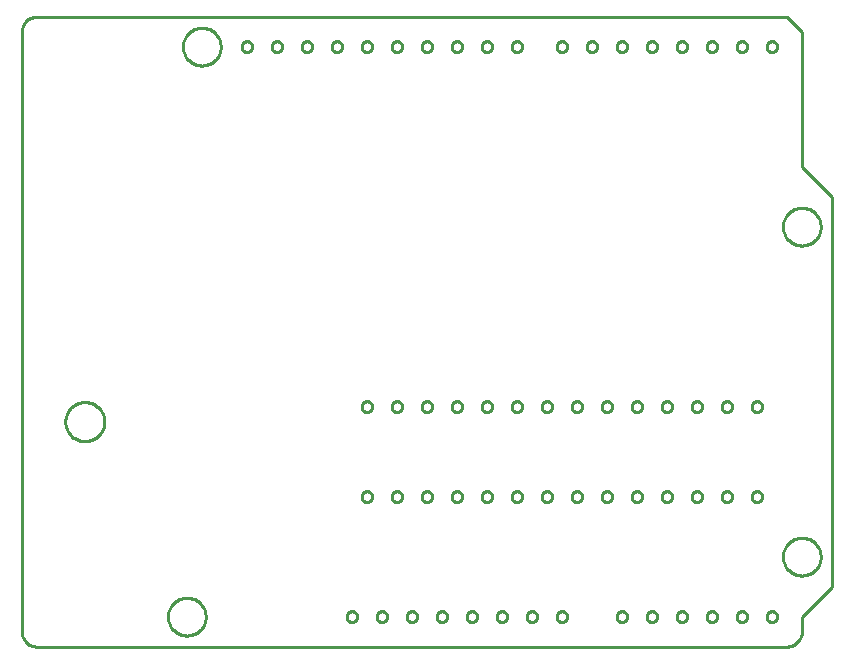
<source format=gbr>
G04 EAGLE Gerber RS-274X export*
G75*
%MOMM*%
%FSLAX34Y34*%
%LPD*%
%IN*%
%IPPOS*%
%AMOC8*
5,1,8,0,0,1.08239X$1,22.5*%
G01*
%ADD10C,0.254000*%


D10*
X0Y12700D02*
X48Y11593D01*
X193Y10495D01*
X433Y9413D01*
X766Y8356D01*
X1190Y7333D01*
X1701Y6350D01*
X2297Y5416D01*
X2971Y4537D01*
X3720Y3720D01*
X4537Y2971D01*
X5416Y2297D01*
X6350Y1701D01*
X7333Y1190D01*
X8356Y766D01*
X9413Y433D01*
X10495Y193D01*
X11593Y48D01*
X12700Y0D01*
X647700Y0D01*
X648807Y48D01*
X649905Y193D01*
X650987Y433D01*
X652044Y766D01*
X653067Y1190D01*
X654050Y1701D01*
X654984Y2297D01*
X655863Y2971D01*
X656680Y3720D01*
X657429Y4537D01*
X658103Y5416D01*
X658699Y6350D01*
X659210Y7333D01*
X659634Y8356D01*
X659967Y9413D01*
X660207Y10495D01*
X660352Y11593D01*
X660400Y12700D01*
X660400Y25400D01*
X685800Y50800D01*
X685800Y381000D01*
X660400Y406400D01*
X660400Y520700D01*
X647700Y533400D01*
X12700Y533400D01*
X11593Y533352D01*
X10495Y533207D01*
X9413Y532967D01*
X8356Y532634D01*
X7333Y532210D01*
X6350Y531699D01*
X5416Y531103D01*
X4537Y530429D01*
X3720Y529680D01*
X2971Y528863D01*
X2297Y527984D01*
X1701Y527050D01*
X1190Y526067D01*
X766Y525044D01*
X433Y523987D01*
X193Y522905D01*
X48Y521807D01*
X0Y520700D01*
X0Y12700D01*
X155700Y24876D02*
X155632Y23831D01*
X155495Y22792D01*
X155290Y21765D01*
X155019Y20753D01*
X154683Y19761D01*
X154282Y18793D01*
X153818Y17854D01*
X153295Y16946D01*
X152713Y16075D01*
X152075Y15244D01*
X151384Y14457D01*
X150643Y13716D01*
X149856Y13025D01*
X149025Y12388D01*
X148154Y11806D01*
X147246Y11282D01*
X146307Y10818D01*
X145339Y10417D01*
X144347Y10081D01*
X143335Y9810D01*
X142308Y9605D01*
X141269Y9469D01*
X140224Y9400D01*
X139176Y9400D01*
X138131Y9469D01*
X137092Y9605D01*
X136065Y9810D01*
X135053Y10081D01*
X134061Y10417D01*
X133093Y10818D01*
X132154Y11282D01*
X131246Y11806D01*
X130375Y12388D01*
X129544Y13025D01*
X128757Y13716D01*
X128016Y14457D01*
X127325Y15244D01*
X126688Y16075D01*
X126106Y16946D01*
X125582Y17854D01*
X125118Y18793D01*
X124717Y19761D01*
X124381Y20753D01*
X124110Y21765D01*
X123905Y22792D01*
X123769Y23831D01*
X123700Y24876D01*
X123700Y25924D01*
X123769Y26969D01*
X123905Y28008D01*
X124110Y29035D01*
X124381Y30047D01*
X124717Y31039D01*
X125118Y32007D01*
X125582Y32946D01*
X126106Y33854D01*
X126688Y34725D01*
X127325Y35556D01*
X128016Y36343D01*
X128757Y37084D01*
X129544Y37775D01*
X130375Y38413D01*
X131246Y38995D01*
X132154Y39518D01*
X133093Y39982D01*
X134061Y40383D01*
X135053Y40719D01*
X136065Y40990D01*
X137092Y41195D01*
X138131Y41332D01*
X139176Y41400D01*
X140224Y41400D01*
X141269Y41332D01*
X142308Y41195D01*
X143335Y40990D01*
X144347Y40719D01*
X145339Y40383D01*
X146307Y39982D01*
X147246Y39518D01*
X148154Y38995D01*
X149025Y38413D01*
X149856Y37775D01*
X150643Y37084D01*
X151384Y36343D01*
X152075Y35556D01*
X152713Y34725D01*
X153295Y33854D01*
X153818Y32946D01*
X154282Y32007D01*
X154683Y31039D01*
X155019Y30047D01*
X155290Y29035D01*
X155495Y28008D01*
X155632Y26969D01*
X155700Y25924D01*
X155700Y24876D01*
X676400Y75676D02*
X676332Y74631D01*
X676195Y73592D01*
X675990Y72565D01*
X675719Y71553D01*
X675383Y70561D01*
X674982Y69593D01*
X674518Y68654D01*
X673995Y67746D01*
X673413Y66875D01*
X672775Y66044D01*
X672084Y65257D01*
X671343Y64516D01*
X670556Y63825D01*
X669725Y63188D01*
X668854Y62606D01*
X667946Y62082D01*
X667007Y61618D01*
X666039Y61217D01*
X665047Y60881D01*
X664035Y60610D01*
X663008Y60405D01*
X661969Y60269D01*
X660924Y60200D01*
X659876Y60200D01*
X658831Y60269D01*
X657792Y60405D01*
X656765Y60610D01*
X655753Y60881D01*
X654761Y61217D01*
X653793Y61618D01*
X652854Y62082D01*
X651946Y62606D01*
X651075Y63188D01*
X650244Y63825D01*
X649457Y64516D01*
X648716Y65257D01*
X648025Y66044D01*
X647388Y66875D01*
X646806Y67746D01*
X646282Y68654D01*
X645818Y69593D01*
X645417Y70561D01*
X645081Y71553D01*
X644810Y72565D01*
X644605Y73592D01*
X644469Y74631D01*
X644400Y75676D01*
X644400Y76724D01*
X644469Y77769D01*
X644605Y78808D01*
X644810Y79835D01*
X645081Y80847D01*
X645417Y81839D01*
X645818Y82807D01*
X646282Y83746D01*
X646806Y84654D01*
X647388Y85525D01*
X648025Y86356D01*
X648716Y87143D01*
X649457Y87884D01*
X650244Y88575D01*
X651075Y89213D01*
X651946Y89795D01*
X652854Y90318D01*
X653793Y90782D01*
X654761Y91183D01*
X655753Y91519D01*
X656765Y91790D01*
X657792Y91995D01*
X658831Y92132D01*
X659876Y92200D01*
X660924Y92200D01*
X661969Y92132D01*
X663008Y91995D01*
X664035Y91790D01*
X665047Y91519D01*
X666039Y91183D01*
X667007Y90782D01*
X667946Y90318D01*
X668854Y89795D01*
X669725Y89213D01*
X670556Y88575D01*
X671343Y87884D01*
X672084Y87143D01*
X672775Y86356D01*
X673413Y85525D01*
X673995Y84654D01*
X674518Y83746D01*
X674982Y82807D01*
X675383Y81839D01*
X675719Y80847D01*
X675990Y79835D01*
X676195Y78808D01*
X676332Y77769D01*
X676400Y76724D01*
X676400Y75676D01*
X676400Y355076D02*
X676332Y354031D01*
X676195Y352992D01*
X675990Y351965D01*
X675719Y350953D01*
X675383Y349961D01*
X674982Y348993D01*
X674518Y348054D01*
X673995Y347146D01*
X673413Y346275D01*
X672775Y345444D01*
X672084Y344657D01*
X671343Y343916D01*
X670556Y343225D01*
X669725Y342588D01*
X668854Y342006D01*
X667946Y341482D01*
X667007Y341018D01*
X666039Y340617D01*
X665047Y340281D01*
X664035Y340010D01*
X663008Y339805D01*
X661969Y339669D01*
X660924Y339600D01*
X659876Y339600D01*
X658831Y339669D01*
X657792Y339805D01*
X656765Y340010D01*
X655753Y340281D01*
X654761Y340617D01*
X653793Y341018D01*
X652854Y341482D01*
X651946Y342006D01*
X651075Y342588D01*
X650244Y343225D01*
X649457Y343916D01*
X648716Y344657D01*
X648025Y345444D01*
X647388Y346275D01*
X646806Y347146D01*
X646282Y348054D01*
X645818Y348993D01*
X645417Y349961D01*
X645081Y350953D01*
X644810Y351965D01*
X644605Y352992D01*
X644469Y354031D01*
X644400Y355076D01*
X644400Y356124D01*
X644469Y357169D01*
X644605Y358208D01*
X644810Y359235D01*
X645081Y360247D01*
X645417Y361239D01*
X645818Y362207D01*
X646282Y363146D01*
X646806Y364054D01*
X647388Y364925D01*
X648025Y365756D01*
X648716Y366543D01*
X649457Y367284D01*
X650244Y367975D01*
X651075Y368613D01*
X651946Y369195D01*
X652854Y369718D01*
X653793Y370182D01*
X654761Y370583D01*
X655753Y370919D01*
X656765Y371190D01*
X657792Y371395D01*
X658831Y371532D01*
X659876Y371600D01*
X660924Y371600D01*
X661969Y371532D01*
X663008Y371395D01*
X664035Y371190D01*
X665047Y370919D01*
X666039Y370583D01*
X667007Y370182D01*
X667946Y369718D01*
X668854Y369195D01*
X669725Y368613D01*
X670556Y367975D01*
X671343Y367284D01*
X672084Y366543D01*
X672775Y365756D01*
X673413Y364925D01*
X673995Y364054D01*
X674518Y363146D01*
X674982Y362207D01*
X675383Y361239D01*
X675719Y360247D01*
X675990Y359235D01*
X676195Y358208D01*
X676332Y357169D01*
X676400Y356124D01*
X676400Y355076D01*
X168400Y507476D02*
X168332Y506431D01*
X168195Y505392D01*
X167990Y504365D01*
X167719Y503353D01*
X167383Y502361D01*
X166982Y501393D01*
X166518Y500454D01*
X165995Y499546D01*
X165413Y498675D01*
X164775Y497844D01*
X164084Y497057D01*
X163343Y496316D01*
X162556Y495625D01*
X161725Y494988D01*
X160854Y494406D01*
X159946Y493882D01*
X159007Y493418D01*
X158039Y493017D01*
X157047Y492681D01*
X156035Y492410D01*
X155008Y492205D01*
X153969Y492069D01*
X152924Y492000D01*
X151876Y492000D01*
X150831Y492069D01*
X149792Y492205D01*
X148765Y492410D01*
X147753Y492681D01*
X146761Y493017D01*
X145793Y493418D01*
X144854Y493882D01*
X143946Y494406D01*
X143075Y494988D01*
X142244Y495625D01*
X141457Y496316D01*
X140716Y497057D01*
X140025Y497844D01*
X139388Y498675D01*
X138806Y499546D01*
X138282Y500454D01*
X137818Y501393D01*
X137417Y502361D01*
X137081Y503353D01*
X136810Y504365D01*
X136605Y505392D01*
X136469Y506431D01*
X136400Y507476D01*
X136400Y508524D01*
X136469Y509569D01*
X136605Y510608D01*
X136810Y511635D01*
X137081Y512647D01*
X137417Y513639D01*
X137818Y514607D01*
X138282Y515546D01*
X138806Y516454D01*
X139388Y517325D01*
X140025Y518156D01*
X140716Y518943D01*
X141457Y519684D01*
X142244Y520375D01*
X143075Y521013D01*
X143946Y521595D01*
X144854Y522118D01*
X145793Y522582D01*
X146761Y522983D01*
X147753Y523319D01*
X148765Y523590D01*
X149792Y523795D01*
X150831Y523932D01*
X151876Y524000D01*
X152924Y524000D01*
X153969Y523932D01*
X155008Y523795D01*
X156035Y523590D01*
X157047Y523319D01*
X158039Y522983D01*
X159007Y522582D01*
X159946Y522118D01*
X160854Y521595D01*
X161725Y521013D01*
X162556Y520375D01*
X163343Y519684D01*
X164084Y518943D01*
X164775Y518156D01*
X165413Y517325D01*
X165995Y516454D01*
X166518Y515546D01*
X166982Y514607D01*
X167383Y513639D01*
X167719Y512647D01*
X167990Y511635D01*
X168195Y510608D01*
X168332Y509569D01*
X168400Y508524D01*
X168400Y507476D01*
X195000Y507705D02*
X194923Y507120D01*
X194770Y506550D01*
X194545Y506005D01*
X194250Y505495D01*
X193891Y505027D01*
X193473Y504609D01*
X193005Y504250D01*
X192495Y503955D01*
X191950Y503730D01*
X191380Y503577D01*
X190795Y503500D01*
X190205Y503500D01*
X189620Y503577D01*
X189050Y503730D01*
X188505Y503955D01*
X187995Y504250D01*
X187527Y504609D01*
X187109Y505027D01*
X186750Y505495D01*
X186455Y506005D01*
X186230Y506550D01*
X186077Y507120D01*
X186000Y507705D01*
X186000Y508295D01*
X186077Y508880D01*
X186230Y509450D01*
X186455Y509995D01*
X186750Y510505D01*
X187109Y510973D01*
X187527Y511391D01*
X187995Y511750D01*
X188505Y512045D01*
X189050Y512270D01*
X189620Y512423D01*
X190205Y512500D01*
X190795Y512500D01*
X191380Y512423D01*
X191950Y512270D01*
X192495Y512045D01*
X193005Y511750D01*
X193473Y511391D01*
X193891Y510973D01*
X194250Y510505D01*
X194545Y509995D01*
X194770Y509450D01*
X194923Y508880D01*
X195000Y508295D01*
X195000Y507705D01*
X220400Y507705D02*
X220323Y507120D01*
X220170Y506550D01*
X219945Y506005D01*
X219650Y505495D01*
X219291Y505027D01*
X218873Y504609D01*
X218405Y504250D01*
X217895Y503955D01*
X217350Y503730D01*
X216780Y503577D01*
X216195Y503500D01*
X215605Y503500D01*
X215020Y503577D01*
X214450Y503730D01*
X213905Y503955D01*
X213395Y504250D01*
X212927Y504609D01*
X212509Y505027D01*
X212150Y505495D01*
X211855Y506005D01*
X211630Y506550D01*
X211477Y507120D01*
X211400Y507705D01*
X211400Y508295D01*
X211477Y508880D01*
X211630Y509450D01*
X211855Y509995D01*
X212150Y510505D01*
X212509Y510973D01*
X212927Y511391D01*
X213395Y511750D01*
X213905Y512045D01*
X214450Y512270D01*
X215020Y512423D01*
X215605Y512500D01*
X216195Y512500D01*
X216780Y512423D01*
X217350Y512270D01*
X217895Y512045D01*
X218405Y511750D01*
X218873Y511391D01*
X219291Y510973D01*
X219650Y510505D01*
X219945Y509995D01*
X220170Y509450D01*
X220323Y508880D01*
X220400Y508295D01*
X220400Y507705D01*
X245800Y507705D02*
X245723Y507120D01*
X245570Y506550D01*
X245345Y506005D01*
X245050Y505495D01*
X244691Y505027D01*
X244273Y504609D01*
X243805Y504250D01*
X243295Y503955D01*
X242750Y503730D01*
X242180Y503577D01*
X241595Y503500D01*
X241005Y503500D01*
X240420Y503577D01*
X239850Y503730D01*
X239305Y503955D01*
X238795Y504250D01*
X238327Y504609D01*
X237909Y505027D01*
X237550Y505495D01*
X237255Y506005D01*
X237030Y506550D01*
X236877Y507120D01*
X236800Y507705D01*
X236800Y508295D01*
X236877Y508880D01*
X237030Y509450D01*
X237255Y509995D01*
X237550Y510505D01*
X237909Y510973D01*
X238327Y511391D01*
X238795Y511750D01*
X239305Y512045D01*
X239850Y512270D01*
X240420Y512423D01*
X241005Y512500D01*
X241595Y512500D01*
X242180Y512423D01*
X242750Y512270D01*
X243295Y512045D01*
X243805Y511750D01*
X244273Y511391D01*
X244691Y510973D01*
X245050Y510505D01*
X245345Y509995D01*
X245570Y509450D01*
X245723Y508880D01*
X245800Y508295D01*
X245800Y507705D01*
X271200Y507705D02*
X271123Y507120D01*
X270970Y506550D01*
X270745Y506005D01*
X270450Y505495D01*
X270091Y505027D01*
X269673Y504609D01*
X269205Y504250D01*
X268695Y503955D01*
X268150Y503730D01*
X267580Y503577D01*
X266995Y503500D01*
X266405Y503500D01*
X265820Y503577D01*
X265250Y503730D01*
X264705Y503955D01*
X264195Y504250D01*
X263727Y504609D01*
X263309Y505027D01*
X262950Y505495D01*
X262655Y506005D01*
X262430Y506550D01*
X262277Y507120D01*
X262200Y507705D01*
X262200Y508295D01*
X262277Y508880D01*
X262430Y509450D01*
X262655Y509995D01*
X262950Y510505D01*
X263309Y510973D01*
X263727Y511391D01*
X264195Y511750D01*
X264705Y512045D01*
X265250Y512270D01*
X265820Y512423D01*
X266405Y512500D01*
X266995Y512500D01*
X267580Y512423D01*
X268150Y512270D01*
X268695Y512045D01*
X269205Y511750D01*
X269673Y511391D01*
X270091Y510973D01*
X270450Y510505D01*
X270745Y509995D01*
X270970Y509450D01*
X271123Y508880D01*
X271200Y508295D01*
X271200Y507705D01*
X296600Y507705D02*
X296523Y507120D01*
X296370Y506550D01*
X296145Y506005D01*
X295850Y505495D01*
X295491Y505027D01*
X295073Y504609D01*
X294605Y504250D01*
X294095Y503955D01*
X293550Y503730D01*
X292980Y503577D01*
X292395Y503500D01*
X291805Y503500D01*
X291220Y503577D01*
X290650Y503730D01*
X290105Y503955D01*
X289595Y504250D01*
X289127Y504609D01*
X288709Y505027D01*
X288350Y505495D01*
X288055Y506005D01*
X287830Y506550D01*
X287677Y507120D01*
X287600Y507705D01*
X287600Y508295D01*
X287677Y508880D01*
X287830Y509450D01*
X288055Y509995D01*
X288350Y510505D01*
X288709Y510973D01*
X289127Y511391D01*
X289595Y511750D01*
X290105Y512045D01*
X290650Y512270D01*
X291220Y512423D01*
X291805Y512500D01*
X292395Y512500D01*
X292980Y512423D01*
X293550Y512270D01*
X294095Y512045D01*
X294605Y511750D01*
X295073Y511391D01*
X295491Y510973D01*
X295850Y510505D01*
X296145Y509995D01*
X296370Y509450D01*
X296523Y508880D01*
X296600Y508295D01*
X296600Y507705D01*
X322000Y507705D02*
X321923Y507120D01*
X321770Y506550D01*
X321545Y506005D01*
X321250Y505495D01*
X320891Y505027D01*
X320473Y504609D01*
X320005Y504250D01*
X319495Y503955D01*
X318950Y503730D01*
X318380Y503577D01*
X317795Y503500D01*
X317205Y503500D01*
X316620Y503577D01*
X316050Y503730D01*
X315505Y503955D01*
X314995Y504250D01*
X314527Y504609D01*
X314109Y505027D01*
X313750Y505495D01*
X313455Y506005D01*
X313230Y506550D01*
X313077Y507120D01*
X313000Y507705D01*
X313000Y508295D01*
X313077Y508880D01*
X313230Y509450D01*
X313455Y509995D01*
X313750Y510505D01*
X314109Y510973D01*
X314527Y511391D01*
X314995Y511750D01*
X315505Y512045D01*
X316050Y512270D01*
X316620Y512423D01*
X317205Y512500D01*
X317795Y512500D01*
X318380Y512423D01*
X318950Y512270D01*
X319495Y512045D01*
X320005Y511750D01*
X320473Y511391D01*
X320891Y510973D01*
X321250Y510505D01*
X321545Y509995D01*
X321770Y509450D01*
X321923Y508880D01*
X322000Y508295D01*
X322000Y507705D01*
X347400Y507705D02*
X347323Y507120D01*
X347170Y506550D01*
X346945Y506005D01*
X346650Y505495D01*
X346291Y505027D01*
X345873Y504609D01*
X345405Y504250D01*
X344895Y503955D01*
X344350Y503730D01*
X343780Y503577D01*
X343195Y503500D01*
X342605Y503500D01*
X342020Y503577D01*
X341450Y503730D01*
X340905Y503955D01*
X340395Y504250D01*
X339927Y504609D01*
X339509Y505027D01*
X339150Y505495D01*
X338855Y506005D01*
X338630Y506550D01*
X338477Y507120D01*
X338400Y507705D01*
X338400Y508295D01*
X338477Y508880D01*
X338630Y509450D01*
X338855Y509995D01*
X339150Y510505D01*
X339509Y510973D01*
X339927Y511391D01*
X340395Y511750D01*
X340905Y512045D01*
X341450Y512270D01*
X342020Y512423D01*
X342605Y512500D01*
X343195Y512500D01*
X343780Y512423D01*
X344350Y512270D01*
X344895Y512045D01*
X345405Y511750D01*
X345873Y511391D01*
X346291Y510973D01*
X346650Y510505D01*
X346945Y509995D01*
X347170Y509450D01*
X347323Y508880D01*
X347400Y508295D01*
X347400Y507705D01*
X372800Y507705D02*
X372723Y507120D01*
X372570Y506550D01*
X372345Y506005D01*
X372050Y505495D01*
X371691Y505027D01*
X371273Y504609D01*
X370805Y504250D01*
X370295Y503955D01*
X369750Y503730D01*
X369180Y503577D01*
X368595Y503500D01*
X368005Y503500D01*
X367420Y503577D01*
X366850Y503730D01*
X366305Y503955D01*
X365795Y504250D01*
X365327Y504609D01*
X364909Y505027D01*
X364550Y505495D01*
X364255Y506005D01*
X364030Y506550D01*
X363877Y507120D01*
X363800Y507705D01*
X363800Y508295D01*
X363877Y508880D01*
X364030Y509450D01*
X364255Y509995D01*
X364550Y510505D01*
X364909Y510973D01*
X365327Y511391D01*
X365795Y511750D01*
X366305Y512045D01*
X366850Y512270D01*
X367420Y512423D01*
X368005Y512500D01*
X368595Y512500D01*
X369180Y512423D01*
X369750Y512270D01*
X370295Y512045D01*
X370805Y511750D01*
X371273Y511391D01*
X371691Y510973D01*
X372050Y510505D01*
X372345Y509995D01*
X372570Y509450D01*
X372723Y508880D01*
X372800Y508295D01*
X372800Y507705D01*
X398200Y507705D02*
X398123Y507120D01*
X397970Y506550D01*
X397745Y506005D01*
X397450Y505495D01*
X397091Y505027D01*
X396673Y504609D01*
X396205Y504250D01*
X395695Y503955D01*
X395150Y503730D01*
X394580Y503577D01*
X393995Y503500D01*
X393405Y503500D01*
X392820Y503577D01*
X392250Y503730D01*
X391705Y503955D01*
X391195Y504250D01*
X390727Y504609D01*
X390309Y505027D01*
X389950Y505495D01*
X389655Y506005D01*
X389430Y506550D01*
X389277Y507120D01*
X389200Y507705D01*
X389200Y508295D01*
X389277Y508880D01*
X389430Y509450D01*
X389655Y509995D01*
X389950Y510505D01*
X390309Y510973D01*
X390727Y511391D01*
X391195Y511750D01*
X391705Y512045D01*
X392250Y512270D01*
X392820Y512423D01*
X393405Y512500D01*
X393995Y512500D01*
X394580Y512423D01*
X395150Y512270D01*
X395695Y512045D01*
X396205Y511750D01*
X396673Y511391D01*
X397091Y510973D01*
X397450Y510505D01*
X397745Y509995D01*
X397970Y509450D01*
X398123Y508880D01*
X398200Y508295D01*
X398200Y507705D01*
X423600Y507705D02*
X423523Y507120D01*
X423370Y506550D01*
X423145Y506005D01*
X422850Y505495D01*
X422491Y505027D01*
X422073Y504609D01*
X421605Y504250D01*
X421095Y503955D01*
X420550Y503730D01*
X419980Y503577D01*
X419395Y503500D01*
X418805Y503500D01*
X418220Y503577D01*
X417650Y503730D01*
X417105Y503955D01*
X416595Y504250D01*
X416127Y504609D01*
X415709Y505027D01*
X415350Y505495D01*
X415055Y506005D01*
X414830Y506550D01*
X414677Y507120D01*
X414600Y507705D01*
X414600Y508295D01*
X414677Y508880D01*
X414830Y509450D01*
X415055Y509995D01*
X415350Y510505D01*
X415709Y510973D01*
X416127Y511391D01*
X416595Y511750D01*
X417105Y512045D01*
X417650Y512270D01*
X418220Y512423D01*
X418805Y512500D01*
X419395Y512500D01*
X419980Y512423D01*
X420550Y512270D01*
X421095Y512045D01*
X421605Y511750D01*
X422073Y511391D01*
X422491Y510973D01*
X422850Y510505D01*
X423145Y509995D01*
X423370Y509450D01*
X423523Y508880D01*
X423600Y508295D01*
X423600Y507705D01*
X461700Y507705D02*
X461623Y507120D01*
X461470Y506550D01*
X461245Y506005D01*
X460950Y505495D01*
X460591Y505027D01*
X460173Y504609D01*
X459705Y504250D01*
X459195Y503955D01*
X458650Y503730D01*
X458080Y503577D01*
X457495Y503500D01*
X456905Y503500D01*
X456320Y503577D01*
X455750Y503730D01*
X455205Y503955D01*
X454695Y504250D01*
X454227Y504609D01*
X453809Y505027D01*
X453450Y505495D01*
X453155Y506005D01*
X452930Y506550D01*
X452777Y507120D01*
X452700Y507705D01*
X452700Y508295D01*
X452777Y508880D01*
X452930Y509450D01*
X453155Y509995D01*
X453450Y510505D01*
X453809Y510973D01*
X454227Y511391D01*
X454695Y511750D01*
X455205Y512045D01*
X455750Y512270D01*
X456320Y512423D01*
X456905Y512500D01*
X457495Y512500D01*
X458080Y512423D01*
X458650Y512270D01*
X459195Y512045D01*
X459705Y511750D01*
X460173Y511391D01*
X460591Y510973D01*
X460950Y510505D01*
X461245Y509995D01*
X461470Y509450D01*
X461623Y508880D01*
X461700Y508295D01*
X461700Y507705D01*
X487100Y507705D02*
X487023Y507120D01*
X486870Y506550D01*
X486645Y506005D01*
X486350Y505495D01*
X485991Y505027D01*
X485573Y504609D01*
X485105Y504250D01*
X484595Y503955D01*
X484050Y503730D01*
X483480Y503577D01*
X482895Y503500D01*
X482305Y503500D01*
X481720Y503577D01*
X481150Y503730D01*
X480605Y503955D01*
X480095Y504250D01*
X479627Y504609D01*
X479209Y505027D01*
X478850Y505495D01*
X478555Y506005D01*
X478330Y506550D01*
X478177Y507120D01*
X478100Y507705D01*
X478100Y508295D01*
X478177Y508880D01*
X478330Y509450D01*
X478555Y509995D01*
X478850Y510505D01*
X479209Y510973D01*
X479627Y511391D01*
X480095Y511750D01*
X480605Y512045D01*
X481150Y512270D01*
X481720Y512423D01*
X482305Y512500D01*
X482895Y512500D01*
X483480Y512423D01*
X484050Y512270D01*
X484595Y512045D01*
X485105Y511750D01*
X485573Y511391D01*
X485991Y510973D01*
X486350Y510505D01*
X486645Y509995D01*
X486870Y509450D01*
X487023Y508880D01*
X487100Y508295D01*
X487100Y507705D01*
X512500Y507705D02*
X512423Y507120D01*
X512270Y506550D01*
X512045Y506005D01*
X511750Y505495D01*
X511391Y505027D01*
X510973Y504609D01*
X510505Y504250D01*
X509995Y503955D01*
X509450Y503730D01*
X508880Y503577D01*
X508295Y503500D01*
X507705Y503500D01*
X507120Y503577D01*
X506550Y503730D01*
X506005Y503955D01*
X505495Y504250D01*
X505027Y504609D01*
X504609Y505027D01*
X504250Y505495D01*
X503955Y506005D01*
X503730Y506550D01*
X503577Y507120D01*
X503500Y507705D01*
X503500Y508295D01*
X503577Y508880D01*
X503730Y509450D01*
X503955Y509995D01*
X504250Y510505D01*
X504609Y510973D01*
X505027Y511391D01*
X505495Y511750D01*
X506005Y512045D01*
X506550Y512270D01*
X507120Y512423D01*
X507705Y512500D01*
X508295Y512500D01*
X508880Y512423D01*
X509450Y512270D01*
X509995Y512045D01*
X510505Y511750D01*
X510973Y511391D01*
X511391Y510973D01*
X511750Y510505D01*
X512045Y509995D01*
X512270Y509450D01*
X512423Y508880D01*
X512500Y508295D01*
X512500Y507705D01*
X537900Y507705D02*
X537823Y507120D01*
X537670Y506550D01*
X537445Y506005D01*
X537150Y505495D01*
X536791Y505027D01*
X536373Y504609D01*
X535905Y504250D01*
X535395Y503955D01*
X534850Y503730D01*
X534280Y503577D01*
X533695Y503500D01*
X533105Y503500D01*
X532520Y503577D01*
X531950Y503730D01*
X531405Y503955D01*
X530895Y504250D01*
X530427Y504609D01*
X530009Y505027D01*
X529650Y505495D01*
X529355Y506005D01*
X529130Y506550D01*
X528977Y507120D01*
X528900Y507705D01*
X528900Y508295D01*
X528977Y508880D01*
X529130Y509450D01*
X529355Y509995D01*
X529650Y510505D01*
X530009Y510973D01*
X530427Y511391D01*
X530895Y511750D01*
X531405Y512045D01*
X531950Y512270D01*
X532520Y512423D01*
X533105Y512500D01*
X533695Y512500D01*
X534280Y512423D01*
X534850Y512270D01*
X535395Y512045D01*
X535905Y511750D01*
X536373Y511391D01*
X536791Y510973D01*
X537150Y510505D01*
X537445Y509995D01*
X537670Y509450D01*
X537823Y508880D01*
X537900Y508295D01*
X537900Y507705D01*
X563300Y507705D02*
X563223Y507120D01*
X563070Y506550D01*
X562845Y506005D01*
X562550Y505495D01*
X562191Y505027D01*
X561773Y504609D01*
X561305Y504250D01*
X560795Y503955D01*
X560250Y503730D01*
X559680Y503577D01*
X559095Y503500D01*
X558505Y503500D01*
X557920Y503577D01*
X557350Y503730D01*
X556805Y503955D01*
X556295Y504250D01*
X555827Y504609D01*
X555409Y505027D01*
X555050Y505495D01*
X554755Y506005D01*
X554530Y506550D01*
X554377Y507120D01*
X554300Y507705D01*
X554300Y508295D01*
X554377Y508880D01*
X554530Y509450D01*
X554755Y509995D01*
X555050Y510505D01*
X555409Y510973D01*
X555827Y511391D01*
X556295Y511750D01*
X556805Y512045D01*
X557350Y512270D01*
X557920Y512423D01*
X558505Y512500D01*
X559095Y512500D01*
X559680Y512423D01*
X560250Y512270D01*
X560795Y512045D01*
X561305Y511750D01*
X561773Y511391D01*
X562191Y510973D01*
X562550Y510505D01*
X562845Y509995D01*
X563070Y509450D01*
X563223Y508880D01*
X563300Y508295D01*
X563300Y507705D01*
X588700Y507705D02*
X588623Y507120D01*
X588470Y506550D01*
X588245Y506005D01*
X587950Y505495D01*
X587591Y505027D01*
X587173Y504609D01*
X586705Y504250D01*
X586195Y503955D01*
X585650Y503730D01*
X585080Y503577D01*
X584495Y503500D01*
X583905Y503500D01*
X583320Y503577D01*
X582750Y503730D01*
X582205Y503955D01*
X581695Y504250D01*
X581227Y504609D01*
X580809Y505027D01*
X580450Y505495D01*
X580155Y506005D01*
X579930Y506550D01*
X579777Y507120D01*
X579700Y507705D01*
X579700Y508295D01*
X579777Y508880D01*
X579930Y509450D01*
X580155Y509995D01*
X580450Y510505D01*
X580809Y510973D01*
X581227Y511391D01*
X581695Y511750D01*
X582205Y512045D01*
X582750Y512270D01*
X583320Y512423D01*
X583905Y512500D01*
X584495Y512500D01*
X585080Y512423D01*
X585650Y512270D01*
X586195Y512045D01*
X586705Y511750D01*
X587173Y511391D01*
X587591Y510973D01*
X587950Y510505D01*
X588245Y509995D01*
X588470Y509450D01*
X588623Y508880D01*
X588700Y508295D01*
X588700Y507705D01*
X614100Y507705D02*
X614023Y507120D01*
X613870Y506550D01*
X613645Y506005D01*
X613350Y505495D01*
X612991Y505027D01*
X612573Y504609D01*
X612105Y504250D01*
X611595Y503955D01*
X611050Y503730D01*
X610480Y503577D01*
X609895Y503500D01*
X609305Y503500D01*
X608720Y503577D01*
X608150Y503730D01*
X607605Y503955D01*
X607095Y504250D01*
X606627Y504609D01*
X606209Y505027D01*
X605850Y505495D01*
X605555Y506005D01*
X605330Y506550D01*
X605177Y507120D01*
X605100Y507705D01*
X605100Y508295D01*
X605177Y508880D01*
X605330Y509450D01*
X605555Y509995D01*
X605850Y510505D01*
X606209Y510973D01*
X606627Y511391D01*
X607095Y511750D01*
X607605Y512045D01*
X608150Y512270D01*
X608720Y512423D01*
X609305Y512500D01*
X609895Y512500D01*
X610480Y512423D01*
X611050Y512270D01*
X611595Y512045D01*
X612105Y511750D01*
X612573Y511391D01*
X612991Y510973D01*
X613350Y510505D01*
X613645Y509995D01*
X613870Y509450D01*
X614023Y508880D01*
X614100Y508295D01*
X614100Y507705D01*
X639500Y507705D02*
X639423Y507120D01*
X639270Y506550D01*
X639045Y506005D01*
X638750Y505495D01*
X638391Y505027D01*
X637973Y504609D01*
X637505Y504250D01*
X636995Y503955D01*
X636450Y503730D01*
X635880Y503577D01*
X635295Y503500D01*
X634705Y503500D01*
X634120Y503577D01*
X633550Y503730D01*
X633005Y503955D01*
X632495Y504250D01*
X632027Y504609D01*
X631609Y505027D01*
X631250Y505495D01*
X630955Y506005D01*
X630730Y506550D01*
X630577Y507120D01*
X630500Y507705D01*
X630500Y508295D01*
X630577Y508880D01*
X630730Y509450D01*
X630955Y509995D01*
X631250Y510505D01*
X631609Y510973D01*
X632027Y511391D01*
X632495Y511750D01*
X633005Y512045D01*
X633550Y512270D01*
X634120Y512423D01*
X634705Y512500D01*
X635295Y512500D01*
X635880Y512423D01*
X636450Y512270D01*
X636995Y512045D01*
X637505Y511750D01*
X637973Y511391D01*
X638391Y510973D01*
X638750Y510505D01*
X639045Y509995D01*
X639270Y509450D01*
X639423Y508880D01*
X639500Y508295D01*
X639500Y507705D01*
X626800Y202905D02*
X626723Y202320D01*
X626570Y201750D01*
X626345Y201205D01*
X626050Y200695D01*
X625691Y200227D01*
X625273Y199809D01*
X624805Y199450D01*
X624295Y199155D01*
X623750Y198930D01*
X623180Y198777D01*
X622595Y198700D01*
X622005Y198700D01*
X621420Y198777D01*
X620850Y198930D01*
X620305Y199155D01*
X619795Y199450D01*
X619327Y199809D01*
X618909Y200227D01*
X618550Y200695D01*
X618255Y201205D01*
X618030Y201750D01*
X617877Y202320D01*
X617800Y202905D01*
X617800Y203495D01*
X617877Y204080D01*
X618030Y204650D01*
X618255Y205195D01*
X618550Y205705D01*
X618909Y206173D01*
X619327Y206591D01*
X619795Y206950D01*
X620305Y207245D01*
X620850Y207470D01*
X621420Y207623D01*
X622005Y207700D01*
X622595Y207700D01*
X623180Y207623D01*
X623750Y207470D01*
X624295Y207245D01*
X624805Y206950D01*
X625273Y206591D01*
X625691Y206173D01*
X626050Y205705D01*
X626345Y205195D01*
X626570Y204650D01*
X626723Y204080D01*
X626800Y203495D01*
X626800Y202905D01*
X601400Y202905D02*
X601323Y202320D01*
X601170Y201750D01*
X600945Y201205D01*
X600650Y200695D01*
X600291Y200227D01*
X599873Y199809D01*
X599405Y199450D01*
X598895Y199155D01*
X598350Y198930D01*
X597780Y198777D01*
X597195Y198700D01*
X596605Y198700D01*
X596020Y198777D01*
X595450Y198930D01*
X594905Y199155D01*
X594395Y199450D01*
X593927Y199809D01*
X593509Y200227D01*
X593150Y200695D01*
X592855Y201205D01*
X592630Y201750D01*
X592477Y202320D01*
X592400Y202905D01*
X592400Y203495D01*
X592477Y204080D01*
X592630Y204650D01*
X592855Y205195D01*
X593150Y205705D01*
X593509Y206173D01*
X593927Y206591D01*
X594395Y206950D01*
X594905Y207245D01*
X595450Y207470D01*
X596020Y207623D01*
X596605Y207700D01*
X597195Y207700D01*
X597780Y207623D01*
X598350Y207470D01*
X598895Y207245D01*
X599405Y206950D01*
X599873Y206591D01*
X600291Y206173D01*
X600650Y205705D01*
X600945Y205195D01*
X601170Y204650D01*
X601323Y204080D01*
X601400Y203495D01*
X601400Y202905D01*
X576000Y202905D02*
X575923Y202320D01*
X575770Y201750D01*
X575545Y201205D01*
X575250Y200695D01*
X574891Y200227D01*
X574473Y199809D01*
X574005Y199450D01*
X573495Y199155D01*
X572950Y198930D01*
X572380Y198777D01*
X571795Y198700D01*
X571205Y198700D01*
X570620Y198777D01*
X570050Y198930D01*
X569505Y199155D01*
X568995Y199450D01*
X568527Y199809D01*
X568109Y200227D01*
X567750Y200695D01*
X567455Y201205D01*
X567230Y201750D01*
X567077Y202320D01*
X567000Y202905D01*
X567000Y203495D01*
X567077Y204080D01*
X567230Y204650D01*
X567455Y205195D01*
X567750Y205705D01*
X568109Y206173D01*
X568527Y206591D01*
X568995Y206950D01*
X569505Y207245D01*
X570050Y207470D01*
X570620Y207623D01*
X571205Y207700D01*
X571795Y207700D01*
X572380Y207623D01*
X572950Y207470D01*
X573495Y207245D01*
X574005Y206950D01*
X574473Y206591D01*
X574891Y206173D01*
X575250Y205705D01*
X575545Y205195D01*
X575770Y204650D01*
X575923Y204080D01*
X576000Y203495D01*
X576000Y202905D01*
X550600Y202905D02*
X550523Y202320D01*
X550370Y201750D01*
X550145Y201205D01*
X549850Y200695D01*
X549491Y200227D01*
X549073Y199809D01*
X548605Y199450D01*
X548095Y199155D01*
X547550Y198930D01*
X546980Y198777D01*
X546395Y198700D01*
X545805Y198700D01*
X545220Y198777D01*
X544650Y198930D01*
X544105Y199155D01*
X543595Y199450D01*
X543127Y199809D01*
X542709Y200227D01*
X542350Y200695D01*
X542055Y201205D01*
X541830Y201750D01*
X541677Y202320D01*
X541600Y202905D01*
X541600Y203495D01*
X541677Y204080D01*
X541830Y204650D01*
X542055Y205195D01*
X542350Y205705D01*
X542709Y206173D01*
X543127Y206591D01*
X543595Y206950D01*
X544105Y207245D01*
X544650Y207470D01*
X545220Y207623D01*
X545805Y207700D01*
X546395Y207700D01*
X546980Y207623D01*
X547550Y207470D01*
X548095Y207245D01*
X548605Y206950D01*
X549073Y206591D01*
X549491Y206173D01*
X549850Y205705D01*
X550145Y205195D01*
X550370Y204650D01*
X550523Y204080D01*
X550600Y203495D01*
X550600Y202905D01*
X525200Y202905D02*
X525123Y202320D01*
X524970Y201750D01*
X524745Y201205D01*
X524450Y200695D01*
X524091Y200227D01*
X523673Y199809D01*
X523205Y199450D01*
X522695Y199155D01*
X522150Y198930D01*
X521580Y198777D01*
X520995Y198700D01*
X520405Y198700D01*
X519820Y198777D01*
X519250Y198930D01*
X518705Y199155D01*
X518195Y199450D01*
X517727Y199809D01*
X517309Y200227D01*
X516950Y200695D01*
X516655Y201205D01*
X516430Y201750D01*
X516277Y202320D01*
X516200Y202905D01*
X516200Y203495D01*
X516277Y204080D01*
X516430Y204650D01*
X516655Y205195D01*
X516950Y205705D01*
X517309Y206173D01*
X517727Y206591D01*
X518195Y206950D01*
X518705Y207245D01*
X519250Y207470D01*
X519820Y207623D01*
X520405Y207700D01*
X520995Y207700D01*
X521580Y207623D01*
X522150Y207470D01*
X522695Y207245D01*
X523205Y206950D01*
X523673Y206591D01*
X524091Y206173D01*
X524450Y205705D01*
X524745Y205195D01*
X524970Y204650D01*
X525123Y204080D01*
X525200Y203495D01*
X525200Y202905D01*
X499800Y202905D02*
X499723Y202320D01*
X499570Y201750D01*
X499345Y201205D01*
X499050Y200695D01*
X498691Y200227D01*
X498273Y199809D01*
X497805Y199450D01*
X497295Y199155D01*
X496750Y198930D01*
X496180Y198777D01*
X495595Y198700D01*
X495005Y198700D01*
X494420Y198777D01*
X493850Y198930D01*
X493305Y199155D01*
X492795Y199450D01*
X492327Y199809D01*
X491909Y200227D01*
X491550Y200695D01*
X491255Y201205D01*
X491030Y201750D01*
X490877Y202320D01*
X490800Y202905D01*
X490800Y203495D01*
X490877Y204080D01*
X491030Y204650D01*
X491255Y205195D01*
X491550Y205705D01*
X491909Y206173D01*
X492327Y206591D01*
X492795Y206950D01*
X493305Y207245D01*
X493850Y207470D01*
X494420Y207623D01*
X495005Y207700D01*
X495595Y207700D01*
X496180Y207623D01*
X496750Y207470D01*
X497295Y207245D01*
X497805Y206950D01*
X498273Y206591D01*
X498691Y206173D01*
X499050Y205705D01*
X499345Y205195D01*
X499570Y204650D01*
X499723Y204080D01*
X499800Y203495D01*
X499800Y202905D01*
X474400Y202905D02*
X474323Y202320D01*
X474170Y201750D01*
X473945Y201205D01*
X473650Y200695D01*
X473291Y200227D01*
X472873Y199809D01*
X472405Y199450D01*
X471895Y199155D01*
X471350Y198930D01*
X470780Y198777D01*
X470195Y198700D01*
X469605Y198700D01*
X469020Y198777D01*
X468450Y198930D01*
X467905Y199155D01*
X467395Y199450D01*
X466927Y199809D01*
X466509Y200227D01*
X466150Y200695D01*
X465855Y201205D01*
X465630Y201750D01*
X465477Y202320D01*
X465400Y202905D01*
X465400Y203495D01*
X465477Y204080D01*
X465630Y204650D01*
X465855Y205195D01*
X466150Y205705D01*
X466509Y206173D01*
X466927Y206591D01*
X467395Y206950D01*
X467905Y207245D01*
X468450Y207470D01*
X469020Y207623D01*
X469605Y207700D01*
X470195Y207700D01*
X470780Y207623D01*
X471350Y207470D01*
X471895Y207245D01*
X472405Y206950D01*
X472873Y206591D01*
X473291Y206173D01*
X473650Y205705D01*
X473945Y205195D01*
X474170Y204650D01*
X474323Y204080D01*
X474400Y203495D01*
X474400Y202905D01*
X449000Y202905D02*
X448923Y202320D01*
X448770Y201750D01*
X448545Y201205D01*
X448250Y200695D01*
X447891Y200227D01*
X447473Y199809D01*
X447005Y199450D01*
X446495Y199155D01*
X445950Y198930D01*
X445380Y198777D01*
X444795Y198700D01*
X444205Y198700D01*
X443620Y198777D01*
X443050Y198930D01*
X442505Y199155D01*
X441995Y199450D01*
X441527Y199809D01*
X441109Y200227D01*
X440750Y200695D01*
X440455Y201205D01*
X440230Y201750D01*
X440077Y202320D01*
X440000Y202905D01*
X440000Y203495D01*
X440077Y204080D01*
X440230Y204650D01*
X440455Y205195D01*
X440750Y205705D01*
X441109Y206173D01*
X441527Y206591D01*
X441995Y206950D01*
X442505Y207245D01*
X443050Y207470D01*
X443620Y207623D01*
X444205Y207700D01*
X444795Y207700D01*
X445380Y207623D01*
X445950Y207470D01*
X446495Y207245D01*
X447005Y206950D01*
X447473Y206591D01*
X447891Y206173D01*
X448250Y205705D01*
X448545Y205195D01*
X448770Y204650D01*
X448923Y204080D01*
X449000Y203495D01*
X449000Y202905D01*
X423600Y202905D02*
X423523Y202320D01*
X423370Y201750D01*
X423145Y201205D01*
X422850Y200695D01*
X422491Y200227D01*
X422073Y199809D01*
X421605Y199450D01*
X421095Y199155D01*
X420550Y198930D01*
X419980Y198777D01*
X419395Y198700D01*
X418805Y198700D01*
X418220Y198777D01*
X417650Y198930D01*
X417105Y199155D01*
X416595Y199450D01*
X416127Y199809D01*
X415709Y200227D01*
X415350Y200695D01*
X415055Y201205D01*
X414830Y201750D01*
X414677Y202320D01*
X414600Y202905D01*
X414600Y203495D01*
X414677Y204080D01*
X414830Y204650D01*
X415055Y205195D01*
X415350Y205705D01*
X415709Y206173D01*
X416127Y206591D01*
X416595Y206950D01*
X417105Y207245D01*
X417650Y207470D01*
X418220Y207623D01*
X418805Y207700D01*
X419395Y207700D01*
X419980Y207623D01*
X420550Y207470D01*
X421095Y207245D01*
X421605Y206950D01*
X422073Y206591D01*
X422491Y206173D01*
X422850Y205705D01*
X423145Y205195D01*
X423370Y204650D01*
X423523Y204080D01*
X423600Y203495D01*
X423600Y202905D01*
X398200Y202905D02*
X398123Y202320D01*
X397970Y201750D01*
X397745Y201205D01*
X397450Y200695D01*
X397091Y200227D01*
X396673Y199809D01*
X396205Y199450D01*
X395695Y199155D01*
X395150Y198930D01*
X394580Y198777D01*
X393995Y198700D01*
X393405Y198700D01*
X392820Y198777D01*
X392250Y198930D01*
X391705Y199155D01*
X391195Y199450D01*
X390727Y199809D01*
X390309Y200227D01*
X389950Y200695D01*
X389655Y201205D01*
X389430Y201750D01*
X389277Y202320D01*
X389200Y202905D01*
X389200Y203495D01*
X389277Y204080D01*
X389430Y204650D01*
X389655Y205195D01*
X389950Y205705D01*
X390309Y206173D01*
X390727Y206591D01*
X391195Y206950D01*
X391705Y207245D01*
X392250Y207470D01*
X392820Y207623D01*
X393405Y207700D01*
X393995Y207700D01*
X394580Y207623D01*
X395150Y207470D01*
X395695Y207245D01*
X396205Y206950D01*
X396673Y206591D01*
X397091Y206173D01*
X397450Y205705D01*
X397745Y205195D01*
X397970Y204650D01*
X398123Y204080D01*
X398200Y203495D01*
X398200Y202905D01*
X372800Y202905D02*
X372723Y202320D01*
X372570Y201750D01*
X372345Y201205D01*
X372050Y200695D01*
X371691Y200227D01*
X371273Y199809D01*
X370805Y199450D01*
X370295Y199155D01*
X369750Y198930D01*
X369180Y198777D01*
X368595Y198700D01*
X368005Y198700D01*
X367420Y198777D01*
X366850Y198930D01*
X366305Y199155D01*
X365795Y199450D01*
X365327Y199809D01*
X364909Y200227D01*
X364550Y200695D01*
X364255Y201205D01*
X364030Y201750D01*
X363877Y202320D01*
X363800Y202905D01*
X363800Y203495D01*
X363877Y204080D01*
X364030Y204650D01*
X364255Y205195D01*
X364550Y205705D01*
X364909Y206173D01*
X365327Y206591D01*
X365795Y206950D01*
X366305Y207245D01*
X366850Y207470D01*
X367420Y207623D01*
X368005Y207700D01*
X368595Y207700D01*
X369180Y207623D01*
X369750Y207470D01*
X370295Y207245D01*
X370805Y206950D01*
X371273Y206591D01*
X371691Y206173D01*
X372050Y205705D01*
X372345Y205195D01*
X372570Y204650D01*
X372723Y204080D01*
X372800Y203495D01*
X372800Y202905D01*
X347400Y202905D02*
X347323Y202320D01*
X347170Y201750D01*
X346945Y201205D01*
X346650Y200695D01*
X346291Y200227D01*
X345873Y199809D01*
X345405Y199450D01*
X344895Y199155D01*
X344350Y198930D01*
X343780Y198777D01*
X343195Y198700D01*
X342605Y198700D01*
X342020Y198777D01*
X341450Y198930D01*
X340905Y199155D01*
X340395Y199450D01*
X339927Y199809D01*
X339509Y200227D01*
X339150Y200695D01*
X338855Y201205D01*
X338630Y201750D01*
X338477Y202320D01*
X338400Y202905D01*
X338400Y203495D01*
X338477Y204080D01*
X338630Y204650D01*
X338855Y205195D01*
X339150Y205705D01*
X339509Y206173D01*
X339927Y206591D01*
X340395Y206950D01*
X340905Y207245D01*
X341450Y207470D01*
X342020Y207623D01*
X342605Y207700D01*
X343195Y207700D01*
X343780Y207623D01*
X344350Y207470D01*
X344895Y207245D01*
X345405Y206950D01*
X345873Y206591D01*
X346291Y206173D01*
X346650Y205705D01*
X346945Y205195D01*
X347170Y204650D01*
X347323Y204080D01*
X347400Y203495D01*
X347400Y202905D01*
X322000Y202905D02*
X321923Y202320D01*
X321770Y201750D01*
X321545Y201205D01*
X321250Y200695D01*
X320891Y200227D01*
X320473Y199809D01*
X320005Y199450D01*
X319495Y199155D01*
X318950Y198930D01*
X318380Y198777D01*
X317795Y198700D01*
X317205Y198700D01*
X316620Y198777D01*
X316050Y198930D01*
X315505Y199155D01*
X314995Y199450D01*
X314527Y199809D01*
X314109Y200227D01*
X313750Y200695D01*
X313455Y201205D01*
X313230Y201750D01*
X313077Y202320D01*
X313000Y202905D01*
X313000Y203495D01*
X313077Y204080D01*
X313230Y204650D01*
X313455Y205195D01*
X313750Y205705D01*
X314109Y206173D01*
X314527Y206591D01*
X314995Y206950D01*
X315505Y207245D01*
X316050Y207470D01*
X316620Y207623D01*
X317205Y207700D01*
X317795Y207700D01*
X318380Y207623D01*
X318950Y207470D01*
X319495Y207245D01*
X320005Y206950D01*
X320473Y206591D01*
X320891Y206173D01*
X321250Y205705D01*
X321545Y205195D01*
X321770Y204650D01*
X321923Y204080D01*
X322000Y203495D01*
X322000Y202905D01*
X296600Y202905D02*
X296523Y202320D01*
X296370Y201750D01*
X296145Y201205D01*
X295850Y200695D01*
X295491Y200227D01*
X295073Y199809D01*
X294605Y199450D01*
X294095Y199155D01*
X293550Y198930D01*
X292980Y198777D01*
X292395Y198700D01*
X291805Y198700D01*
X291220Y198777D01*
X290650Y198930D01*
X290105Y199155D01*
X289595Y199450D01*
X289127Y199809D01*
X288709Y200227D01*
X288350Y200695D01*
X288055Y201205D01*
X287830Y201750D01*
X287677Y202320D01*
X287600Y202905D01*
X287600Y203495D01*
X287677Y204080D01*
X287830Y204650D01*
X288055Y205195D01*
X288350Y205705D01*
X288709Y206173D01*
X289127Y206591D01*
X289595Y206950D01*
X290105Y207245D01*
X290650Y207470D01*
X291220Y207623D01*
X291805Y207700D01*
X292395Y207700D01*
X292980Y207623D01*
X293550Y207470D01*
X294095Y207245D01*
X294605Y206950D01*
X295073Y206591D01*
X295491Y206173D01*
X295850Y205705D01*
X296145Y205195D01*
X296370Y204650D01*
X296523Y204080D01*
X296600Y203495D01*
X296600Y202905D01*
X296600Y126705D02*
X296523Y126120D01*
X296370Y125550D01*
X296145Y125005D01*
X295850Y124495D01*
X295491Y124027D01*
X295073Y123609D01*
X294605Y123250D01*
X294095Y122955D01*
X293550Y122730D01*
X292980Y122577D01*
X292395Y122500D01*
X291805Y122500D01*
X291220Y122577D01*
X290650Y122730D01*
X290105Y122955D01*
X289595Y123250D01*
X289127Y123609D01*
X288709Y124027D01*
X288350Y124495D01*
X288055Y125005D01*
X287830Y125550D01*
X287677Y126120D01*
X287600Y126705D01*
X287600Y127295D01*
X287677Y127880D01*
X287830Y128450D01*
X288055Y128995D01*
X288350Y129505D01*
X288709Y129973D01*
X289127Y130391D01*
X289595Y130750D01*
X290105Y131045D01*
X290650Y131270D01*
X291220Y131423D01*
X291805Y131500D01*
X292395Y131500D01*
X292980Y131423D01*
X293550Y131270D01*
X294095Y131045D01*
X294605Y130750D01*
X295073Y130391D01*
X295491Y129973D01*
X295850Y129505D01*
X296145Y128995D01*
X296370Y128450D01*
X296523Y127880D01*
X296600Y127295D01*
X296600Y126705D01*
X322000Y126705D02*
X321923Y126120D01*
X321770Y125550D01*
X321545Y125005D01*
X321250Y124495D01*
X320891Y124027D01*
X320473Y123609D01*
X320005Y123250D01*
X319495Y122955D01*
X318950Y122730D01*
X318380Y122577D01*
X317795Y122500D01*
X317205Y122500D01*
X316620Y122577D01*
X316050Y122730D01*
X315505Y122955D01*
X314995Y123250D01*
X314527Y123609D01*
X314109Y124027D01*
X313750Y124495D01*
X313455Y125005D01*
X313230Y125550D01*
X313077Y126120D01*
X313000Y126705D01*
X313000Y127295D01*
X313077Y127880D01*
X313230Y128450D01*
X313455Y128995D01*
X313750Y129505D01*
X314109Y129973D01*
X314527Y130391D01*
X314995Y130750D01*
X315505Y131045D01*
X316050Y131270D01*
X316620Y131423D01*
X317205Y131500D01*
X317795Y131500D01*
X318380Y131423D01*
X318950Y131270D01*
X319495Y131045D01*
X320005Y130750D01*
X320473Y130391D01*
X320891Y129973D01*
X321250Y129505D01*
X321545Y128995D01*
X321770Y128450D01*
X321923Y127880D01*
X322000Y127295D01*
X322000Y126705D01*
X347400Y126705D02*
X347323Y126120D01*
X347170Y125550D01*
X346945Y125005D01*
X346650Y124495D01*
X346291Y124027D01*
X345873Y123609D01*
X345405Y123250D01*
X344895Y122955D01*
X344350Y122730D01*
X343780Y122577D01*
X343195Y122500D01*
X342605Y122500D01*
X342020Y122577D01*
X341450Y122730D01*
X340905Y122955D01*
X340395Y123250D01*
X339927Y123609D01*
X339509Y124027D01*
X339150Y124495D01*
X338855Y125005D01*
X338630Y125550D01*
X338477Y126120D01*
X338400Y126705D01*
X338400Y127295D01*
X338477Y127880D01*
X338630Y128450D01*
X338855Y128995D01*
X339150Y129505D01*
X339509Y129973D01*
X339927Y130391D01*
X340395Y130750D01*
X340905Y131045D01*
X341450Y131270D01*
X342020Y131423D01*
X342605Y131500D01*
X343195Y131500D01*
X343780Y131423D01*
X344350Y131270D01*
X344895Y131045D01*
X345405Y130750D01*
X345873Y130391D01*
X346291Y129973D01*
X346650Y129505D01*
X346945Y128995D01*
X347170Y128450D01*
X347323Y127880D01*
X347400Y127295D01*
X347400Y126705D01*
X372800Y126705D02*
X372723Y126120D01*
X372570Y125550D01*
X372345Y125005D01*
X372050Y124495D01*
X371691Y124027D01*
X371273Y123609D01*
X370805Y123250D01*
X370295Y122955D01*
X369750Y122730D01*
X369180Y122577D01*
X368595Y122500D01*
X368005Y122500D01*
X367420Y122577D01*
X366850Y122730D01*
X366305Y122955D01*
X365795Y123250D01*
X365327Y123609D01*
X364909Y124027D01*
X364550Y124495D01*
X364255Y125005D01*
X364030Y125550D01*
X363877Y126120D01*
X363800Y126705D01*
X363800Y127295D01*
X363877Y127880D01*
X364030Y128450D01*
X364255Y128995D01*
X364550Y129505D01*
X364909Y129973D01*
X365327Y130391D01*
X365795Y130750D01*
X366305Y131045D01*
X366850Y131270D01*
X367420Y131423D01*
X368005Y131500D01*
X368595Y131500D01*
X369180Y131423D01*
X369750Y131270D01*
X370295Y131045D01*
X370805Y130750D01*
X371273Y130391D01*
X371691Y129973D01*
X372050Y129505D01*
X372345Y128995D01*
X372570Y128450D01*
X372723Y127880D01*
X372800Y127295D01*
X372800Y126705D01*
X398200Y126705D02*
X398123Y126120D01*
X397970Y125550D01*
X397745Y125005D01*
X397450Y124495D01*
X397091Y124027D01*
X396673Y123609D01*
X396205Y123250D01*
X395695Y122955D01*
X395150Y122730D01*
X394580Y122577D01*
X393995Y122500D01*
X393405Y122500D01*
X392820Y122577D01*
X392250Y122730D01*
X391705Y122955D01*
X391195Y123250D01*
X390727Y123609D01*
X390309Y124027D01*
X389950Y124495D01*
X389655Y125005D01*
X389430Y125550D01*
X389277Y126120D01*
X389200Y126705D01*
X389200Y127295D01*
X389277Y127880D01*
X389430Y128450D01*
X389655Y128995D01*
X389950Y129505D01*
X390309Y129973D01*
X390727Y130391D01*
X391195Y130750D01*
X391705Y131045D01*
X392250Y131270D01*
X392820Y131423D01*
X393405Y131500D01*
X393995Y131500D01*
X394580Y131423D01*
X395150Y131270D01*
X395695Y131045D01*
X396205Y130750D01*
X396673Y130391D01*
X397091Y129973D01*
X397450Y129505D01*
X397745Y128995D01*
X397970Y128450D01*
X398123Y127880D01*
X398200Y127295D01*
X398200Y126705D01*
X423600Y126705D02*
X423523Y126120D01*
X423370Y125550D01*
X423145Y125005D01*
X422850Y124495D01*
X422491Y124027D01*
X422073Y123609D01*
X421605Y123250D01*
X421095Y122955D01*
X420550Y122730D01*
X419980Y122577D01*
X419395Y122500D01*
X418805Y122500D01*
X418220Y122577D01*
X417650Y122730D01*
X417105Y122955D01*
X416595Y123250D01*
X416127Y123609D01*
X415709Y124027D01*
X415350Y124495D01*
X415055Y125005D01*
X414830Y125550D01*
X414677Y126120D01*
X414600Y126705D01*
X414600Y127295D01*
X414677Y127880D01*
X414830Y128450D01*
X415055Y128995D01*
X415350Y129505D01*
X415709Y129973D01*
X416127Y130391D01*
X416595Y130750D01*
X417105Y131045D01*
X417650Y131270D01*
X418220Y131423D01*
X418805Y131500D01*
X419395Y131500D01*
X419980Y131423D01*
X420550Y131270D01*
X421095Y131045D01*
X421605Y130750D01*
X422073Y130391D01*
X422491Y129973D01*
X422850Y129505D01*
X423145Y128995D01*
X423370Y128450D01*
X423523Y127880D01*
X423600Y127295D01*
X423600Y126705D01*
X449000Y126705D02*
X448923Y126120D01*
X448770Y125550D01*
X448545Y125005D01*
X448250Y124495D01*
X447891Y124027D01*
X447473Y123609D01*
X447005Y123250D01*
X446495Y122955D01*
X445950Y122730D01*
X445380Y122577D01*
X444795Y122500D01*
X444205Y122500D01*
X443620Y122577D01*
X443050Y122730D01*
X442505Y122955D01*
X441995Y123250D01*
X441527Y123609D01*
X441109Y124027D01*
X440750Y124495D01*
X440455Y125005D01*
X440230Y125550D01*
X440077Y126120D01*
X440000Y126705D01*
X440000Y127295D01*
X440077Y127880D01*
X440230Y128450D01*
X440455Y128995D01*
X440750Y129505D01*
X441109Y129973D01*
X441527Y130391D01*
X441995Y130750D01*
X442505Y131045D01*
X443050Y131270D01*
X443620Y131423D01*
X444205Y131500D01*
X444795Y131500D01*
X445380Y131423D01*
X445950Y131270D01*
X446495Y131045D01*
X447005Y130750D01*
X447473Y130391D01*
X447891Y129973D01*
X448250Y129505D01*
X448545Y128995D01*
X448770Y128450D01*
X448923Y127880D01*
X449000Y127295D01*
X449000Y126705D01*
X474400Y126705D02*
X474323Y126120D01*
X474170Y125550D01*
X473945Y125005D01*
X473650Y124495D01*
X473291Y124027D01*
X472873Y123609D01*
X472405Y123250D01*
X471895Y122955D01*
X471350Y122730D01*
X470780Y122577D01*
X470195Y122500D01*
X469605Y122500D01*
X469020Y122577D01*
X468450Y122730D01*
X467905Y122955D01*
X467395Y123250D01*
X466927Y123609D01*
X466509Y124027D01*
X466150Y124495D01*
X465855Y125005D01*
X465630Y125550D01*
X465477Y126120D01*
X465400Y126705D01*
X465400Y127295D01*
X465477Y127880D01*
X465630Y128450D01*
X465855Y128995D01*
X466150Y129505D01*
X466509Y129973D01*
X466927Y130391D01*
X467395Y130750D01*
X467905Y131045D01*
X468450Y131270D01*
X469020Y131423D01*
X469605Y131500D01*
X470195Y131500D01*
X470780Y131423D01*
X471350Y131270D01*
X471895Y131045D01*
X472405Y130750D01*
X472873Y130391D01*
X473291Y129973D01*
X473650Y129505D01*
X473945Y128995D01*
X474170Y128450D01*
X474323Y127880D01*
X474400Y127295D01*
X474400Y126705D01*
X499800Y126705D02*
X499723Y126120D01*
X499570Y125550D01*
X499345Y125005D01*
X499050Y124495D01*
X498691Y124027D01*
X498273Y123609D01*
X497805Y123250D01*
X497295Y122955D01*
X496750Y122730D01*
X496180Y122577D01*
X495595Y122500D01*
X495005Y122500D01*
X494420Y122577D01*
X493850Y122730D01*
X493305Y122955D01*
X492795Y123250D01*
X492327Y123609D01*
X491909Y124027D01*
X491550Y124495D01*
X491255Y125005D01*
X491030Y125550D01*
X490877Y126120D01*
X490800Y126705D01*
X490800Y127295D01*
X490877Y127880D01*
X491030Y128450D01*
X491255Y128995D01*
X491550Y129505D01*
X491909Y129973D01*
X492327Y130391D01*
X492795Y130750D01*
X493305Y131045D01*
X493850Y131270D01*
X494420Y131423D01*
X495005Y131500D01*
X495595Y131500D01*
X496180Y131423D01*
X496750Y131270D01*
X497295Y131045D01*
X497805Y130750D01*
X498273Y130391D01*
X498691Y129973D01*
X499050Y129505D01*
X499345Y128995D01*
X499570Y128450D01*
X499723Y127880D01*
X499800Y127295D01*
X499800Y126705D01*
X525200Y126705D02*
X525123Y126120D01*
X524970Y125550D01*
X524745Y125005D01*
X524450Y124495D01*
X524091Y124027D01*
X523673Y123609D01*
X523205Y123250D01*
X522695Y122955D01*
X522150Y122730D01*
X521580Y122577D01*
X520995Y122500D01*
X520405Y122500D01*
X519820Y122577D01*
X519250Y122730D01*
X518705Y122955D01*
X518195Y123250D01*
X517727Y123609D01*
X517309Y124027D01*
X516950Y124495D01*
X516655Y125005D01*
X516430Y125550D01*
X516277Y126120D01*
X516200Y126705D01*
X516200Y127295D01*
X516277Y127880D01*
X516430Y128450D01*
X516655Y128995D01*
X516950Y129505D01*
X517309Y129973D01*
X517727Y130391D01*
X518195Y130750D01*
X518705Y131045D01*
X519250Y131270D01*
X519820Y131423D01*
X520405Y131500D01*
X520995Y131500D01*
X521580Y131423D01*
X522150Y131270D01*
X522695Y131045D01*
X523205Y130750D01*
X523673Y130391D01*
X524091Y129973D01*
X524450Y129505D01*
X524745Y128995D01*
X524970Y128450D01*
X525123Y127880D01*
X525200Y127295D01*
X525200Y126705D01*
X550600Y126705D02*
X550523Y126120D01*
X550370Y125550D01*
X550145Y125005D01*
X549850Y124495D01*
X549491Y124027D01*
X549073Y123609D01*
X548605Y123250D01*
X548095Y122955D01*
X547550Y122730D01*
X546980Y122577D01*
X546395Y122500D01*
X545805Y122500D01*
X545220Y122577D01*
X544650Y122730D01*
X544105Y122955D01*
X543595Y123250D01*
X543127Y123609D01*
X542709Y124027D01*
X542350Y124495D01*
X542055Y125005D01*
X541830Y125550D01*
X541677Y126120D01*
X541600Y126705D01*
X541600Y127295D01*
X541677Y127880D01*
X541830Y128450D01*
X542055Y128995D01*
X542350Y129505D01*
X542709Y129973D01*
X543127Y130391D01*
X543595Y130750D01*
X544105Y131045D01*
X544650Y131270D01*
X545220Y131423D01*
X545805Y131500D01*
X546395Y131500D01*
X546980Y131423D01*
X547550Y131270D01*
X548095Y131045D01*
X548605Y130750D01*
X549073Y130391D01*
X549491Y129973D01*
X549850Y129505D01*
X550145Y128995D01*
X550370Y128450D01*
X550523Y127880D01*
X550600Y127295D01*
X550600Y126705D01*
X576000Y126705D02*
X575923Y126120D01*
X575770Y125550D01*
X575545Y125005D01*
X575250Y124495D01*
X574891Y124027D01*
X574473Y123609D01*
X574005Y123250D01*
X573495Y122955D01*
X572950Y122730D01*
X572380Y122577D01*
X571795Y122500D01*
X571205Y122500D01*
X570620Y122577D01*
X570050Y122730D01*
X569505Y122955D01*
X568995Y123250D01*
X568527Y123609D01*
X568109Y124027D01*
X567750Y124495D01*
X567455Y125005D01*
X567230Y125550D01*
X567077Y126120D01*
X567000Y126705D01*
X567000Y127295D01*
X567077Y127880D01*
X567230Y128450D01*
X567455Y128995D01*
X567750Y129505D01*
X568109Y129973D01*
X568527Y130391D01*
X568995Y130750D01*
X569505Y131045D01*
X570050Y131270D01*
X570620Y131423D01*
X571205Y131500D01*
X571795Y131500D01*
X572380Y131423D01*
X572950Y131270D01*
X573495Y131045D01*
X574005Y130750D01*
X574473Y130391D01*
X574891Y129973D01*
X575250Y129505D01*
X575545Y128995D01*
X575770Y128450D01*
X575923Y127880D01*
X576000Y127295D01*
X576000Y126705D01*
X601400Y126705D02*
X601323Y126120D01*
X601170Y125550D01*
X600945Y125005D01*
X600650Y124495D01*
X600291Y124027D01*
X599873Y123609D01*
X599405Y123250D01*
X598895Y122955D01*
X598350Y122730D01*
X597780Y122577D01*
X597195Y122500D01*
X596605Y122500D01*
X596020Y122577D01*
X595450Y122730D01*
X594905Y122955D01*
X594395Y123250D01*
X593927Y123609D01*
X593509Y124027D01*
X593150Y124495D01*
X592855Y125005D01*
X592630Y125550D01*
X592477Y126120D01*
X592400Y126705D01*
X592400Y127295D01*
X592477Y127880D01*
X592630Y128450D01*
X592855Y128995D01*
X593150Y129505D01*
X593509Y129973D01*
X593927Y130391D01*
X594395Y130750D01*
X594905Y131045D01*
X595450Y131270D01*
X596020Y131423D01*
X596605Y131500D01*
X597195Y131500D01*
X597780Y131423D01*
X598350Y131270D01*
X598895Y131045D01*
X599405Y130750D01*
X599873Y130391D01*
X600291Y129973D01*
X600650Y129505D01*
X600945Y128995D01*
X601170Y128450D01*
X601323Y127880D01*
X601400Y127295D01*
X601400Y126705D01*
X626800Y126705D02*
X626723Y126120D01*
X626570Y125550D01*
X626345Y125005D01*
X626050Y124495D01*
X625691Y124027D01*
X625273Y123609D01*
X624805Y123250D01*
X624295Y122955D01*
X623750Y122730D01*
X623180Y122577D01*
X622595Y122500D01*
X622005Y122500D01*
X621420Y122577D01*
X620850Y122730D01*
X620305Y122955D01*
X619795Y123250D01*
X619327Y123609D01*
X618909Y124027D01*
X618550Y124495D01*
X618255Y125005D01*
X618030Y125550D01*
X617877Y126120D01*
X617800Y126705D01*
X617800Y127295D01*
X617877Y127880D01*
X618030Y128450D01*
X618255Y128995D01*
X618550Y129505D01*
X618909Y129973D01*
X619327Y130391D01*
X619795Y130750D01*
X620305Y131045D01*
X620850Y131270D01*
X621420Y131423D01*
X622005Y131500D01*
X622595Y131500D01*
X623180Y131423D01*
X623750Y131270D01*
X624295Y131045D01*
X624805Y130750D01*
X625273Y130391D01*
X625691Y129973D01*
X626050Y129505D01*
X626345Y128995D01*
X626570Y128450D01*
X626723Y127880D01*
X626800Y127295D01*
X626800Y126705D01*
X512500Y25105D02*
X512423Y24520D01*
X512270Y23950D01*
X512045Y23405D01*
X511750Y22895D01*
X511391Y22427D01*
X510973Y22009D01*
X510505Y21650D01*
X509995Y21355D01*
X509450Y21130D01*
X508880Y20977D01*
X508295Y20900D01*
X507705Y20900D01*
X507120Y20977D01*
X506550Y21130D01*
X506005Y21355D01*
X505495Y21650D01*
X505027Y22009D01*
X504609Y22427D01*
X504250Y22895D01*
X503955Y23405D01*
X503730Y23950D01*
X503577Y24520D01*
X503500Y25105D01*
X503500Y25695D01*
X503577Y26280D01*
X503730Y26850D01*
X503955Y27395D01*
X504250Y27905D01*
X504609Y28373D01*
X505027Y28791D01*
X505495Y29150D01*
X506005Y29445D01*
X506550Y29670D01*
X507120Y29823D01*
X507705Y29900D01*
X508295Y29900D01*
X508880Y29823D01*
X509450Y29670D01*
X509995Y29445D01*
X510505Y29150D01*
X510973Y28791D01*
X511391Y28373D01*
X511750Y27905D01*
X512045Y27395D01*
X512270Y26850D01*
X512423Y26280D01*
X512500Y25695D01*
X512500Y25105D01*
X537900Y25105D02*
X537823Y24520D01*
X537670Y23950D01*
X537445Y23405D01*
X537150Y22895D01*
X536791Y22427D01*
X536373Y22009D01*
X535905Y21650D01*
X535395Y21355D01*
X534850Y21130D01*
X534280Y20977D01*
X533695Y20900D01*
X533105Y20900D01*
X532520Y20977D01*
X531950Y21130D01*
X531405Y21355D01*
X530895Y21650D01*
X530427Y22009D01*
X530009Y22427D01*
X529650Y22895D01*
X529355Y23405D01*
X529130Y23950D01*
X528977Y24520D01*
X528900Y25105D01*
X528900Y25695D01*
X528977Y26280D01*
X529130Y26850D01*
X529355Y27395D01*
X529650Y27905D01*
X530009Y28373D01*
X530427Y28791D01*
X530895Y29150D01*
X531405Y29445D01*
X531950Y29670D01*
X532520Y29823D01*
X533105Y29900D01*
X533695Y29900D01*
X534280Y29823D01*
X534850Y29670D01*
X535395Y29445D01*
X535905Y29150D01*
X536373Y28791D01*
X536791Y28373D01*
X537150Y27905D01*
X537445Y27395D01*
X537670Y26850D01*
X537823Y26280D01*
X537900Y25695D01*
X537900Y25105D01*
X563300Y25105D02*
X563223Y24520D01*
X563070Y23950D01*
X562845Y23405D01*
X562550Y22895D01*
X562191Y22427D01*
X561773Y22009D01*
X561305Y21650D01*
X560795Y21355D01*
X560250Y21130D01*
X559680Y20977D01*
X559095Y20900D01*
X558505Y20900D01*
X557920Y20977D01*
X557350Y21130D01*
X556805Y21355D01*
X556295Y21650D01*
X555827Y22009D01*
X555409Y22427D01*
X555050Y22895D01*
X554755Y23405D01*
X554530Y23950D01*
X554377Y24520D01*
X554300Y25105D01*
X554300Y25695D01*
X554377Y26280D01*
X554530Y26850D01*
X554755Y27395D01*
X555050Y27905D01*
X555409Y28373D01*
X555827Y28791D01*
X556295Y29150D01*
X556805Y29445D01*
X557350Y29670D01*
X557920Y29823D01*
X558505Y29900D01*
X559095Y29900D01*
X559680Y29823D01*
X560250Y29670D01*
X560795Y29445D01*
X561305Y29150D01*
X561773Y28791D01*
X562191Y28373D01*
X562550Y27905D01*
X562845Y27395D01*
X563070Y26850D01*
X563223Y26280D01*
X563300Y25695D01*
X563300Y25105D01*
X588700Y25105D02*
X588623Y24520D01*
X588470Y23950D01*
X588245Y23405D01*
X587950Y22895D01*
X587591Y22427D01*
X587173Y22009D01*
X586705Y21650D01*
X586195Y21355D01*
X585650Y21130D01*
X585080Y20977D01*
X584495Y20900D01*
X583905Y20900D01*
X583320Y20977D01*
X582750Y21130D01*
X582205Y21355D01*
X581695Y21650D01*
X581227Y22009D01*
X580809Y22427D01*
X580450Y22895D01*
X580155Y23405D01*
X579930Y23950D01*
X579777Y24520D01*
X579700Y25105D01*
X579700Y25695D01*
X579777Y26280D01*
X579930Y26850D01*
X580155Y27395D01*
X580450Y27905D01*
X580809Y28373D01*
X581227Y28791D01*
X581695Y29150D01*
X582205Y29445D01*
X582750Y29670D01*
X583320Y29823D01*
X583905Y29900D01*
X584495Y29900D01*
X585080Y29823D01*
X585650Y29670D01*
X586195Y29445D01*
X586705Y29150D01*
X587173Y28791D01*
X587591Y28373D01*
X587950Y27905D01*
X588245Y27395D01*
X588470Y26850D01*
X588623Y26280D01*
X588700Y25695D01*
X588700Y25105D01*
X614100Y25105D02*
X614023Y24520D01*
X613870Y23950D01*
X613645Y23405D01*
X613350Y22895D01*
X612991Y22427D01*
X612573Y22009D01*
X612105Y21650D01*
X611595Y21355D01*
X611050Y21130D01*
X610480Y20977D01*
X609895Y20900D01*
X609305Y20900D01*
X608720Y20977D01*
X608150Y21130D01*
X607605Y21355D01*
X607095Y21650D01*
X606627Y22009D01*
X606209Y22427D01*
X605850Y22895D01*
X605555Y23405D01*
X605330Y23950D01*
X605177Y24520D01*
X605100Y25105D01*
X605100Y25695D01*
X605177Y26280D01*
X605330Y26850D01*
X605555Y27395D01*
X605850Y27905D01*
X606209Y28373D01*
X606627Y28791D01*
X607095Y29150D01*
X607605Y29445D01*
X608150Y29670D01*
X608720Y29823D01*
X609305Y29900D01*
X609895Y29900D01*
X610480Y29823D01*
X611050Y29670D01*
X611595Y29445D01*
X612105Y29150D01*
X612573Y28791D01*
X612991Y28373D01*
X613350Y27905D01*
X613645Y27395D01*
X613870Y26850D01*
X614023Y26280D01*
X614100Y25695D01*
X614100Y25105D01*
X639500Y25105D02*
X639423Y24520D01*
X639270Y23950D01*
X639045Y23405D01*
X638750Y22895D01*
X638391Y22427D01*
X637973Y22009D01*
X637505Y21650D01*
X636995Y21355D01*
X636450Y21130D01*
X635880Y20977D01*
X635295Y20900D01*
X634705Y20900D01*
X634120Y20977D01*
X633550Y21130D01*
X633005Y21355D01*
X632495Y21650D01*
X632027Y22009D01*
X631609Y22427D01*
X631250Y22895D01*
X630955Y23405D01*
X630730Y23950D01*
X630577Y24520D01*
X630500Y25105D01*
X630500Y25695D01*
X630577Y26280D01*
X630730Y26850D01*
X630955Y27395D01*
X631250Y27905D01*
X631609Y28373D01*
X632027Y28791D01*
X632495Y29150D01*
X633005Y29445D01*
X633550Y29670D01*
X634120Y29823D01*
X634705Y29900D01*
X635295Y29900D01*
X635880Y29823D01*
X636450Y29670D01*
X636995Y29445D01*
X637505Y29150D01*
X637973Y28791D01*
X638391Y28373D01*
X638750Y27905D01*
X639045Y27395D01*
X639270Y26850D01*
X639423Y26280D01*
X639500Y25695D01*
X639500Y25105D01*
X283900Y25105D02*
X283823Y24520D01*
X283670Y23950D01*
X283445Y23405D01*
X283150Y22895D01*
X282791Y22427D01*
X282373Y22009D01*
X281905Y21650D01*
X281395Y21355D01*
X280850Y21130D01*
X280280Y20977D01*
X279695Y20900D01*
X279105Y20900D01*
X278520Y20977D01*
X277950Y21130D01*
X277405Y21355D01*
X276895Y21650D01*
X276427Y22009D01*
X276009Y22427D01*
X275650Y22895D01*
X275355Y23405D01*
X275130Y23950D01*
X274977Y24520D01*
X274900Y25105D01*
X274900Y25695D01*
X274977Y26280D01*
X275130Y26850D01*
X275355Y27395D01*
X275650Y27905D01*
X276009Y28373D01*
X276427Y28791D01*
X276895Y29150D01*
X277405Y29445D01*
X277950Y29670D01*
X278520Y29823D01*
X279105Y29900D01*
X279695Y29900D01*
X280280Y29823D01*
X280850Y29670D01*
X281395Y29445D01*
X281905Y29150D01*
X282373Y28791D01*
X282791Y28373D01*
X283150Y27905D01*
X283445Y27395D01*
X283670Y26850D01*
X283823Y26280D01*
X283900Y25695D01*
X283900Y25105D01*
X309300Y25105D02*
X309223Y24520D01*
X309070Y23950D01*
X308845Y23405D01*
X308550Y22895D01*
X308191Y22427D01*
X307773Y22009D01*
X307305Y21650D01*
X306795Y21355D01*
X306250Y21130D01*
X305680Y20977D01*
X305095Y20900D01*
X304505Y20900D01*
X303920Y20977D01*
X303350Y21130D01*
X302805Y21355D01*
X302295Y21650D01*
X301827Y22009D01*
X301409Y22427D01*
X301050Y22895D01*
X300755Y23405D01*
X300530Y23950D01*
X300377Y24520D01*
X300300Y25105D01*
X300300Y25695D01*
X300377Y26280D01*
X300530Y26850D01*
X300755Y27395D01*
X301050Y27905D01*
X301409Y28373D01*
X301827Y28791D01*
X302295Y29150D01*
X302805Y29445D01*
X303350Y29670D01*
X303920Y29823D01*
X304505Y29900D01*
X305095Y29900D01*
X305680Y29823D01*
X306250Y29670D01*
X306795Y29445D01*
X307305Y29150D01*
X307773Y28791D01*
X308191Y28373D01*
X308550Y27905D01*
X308845Y27395D01*
X309070Y26850D01*
X309223Y26280D01*
X309300Y25695D01*
X309300Y25105D01*
X334700Y25105D02*
X334623Y24520D01*
X334470Y23950D01*
X334245Y23405D01*
X333950Y22895D01*
X333591Y22427D01*
X333173Y22009D01*
X332705Y21650D01*
X332195Y21355D01*
X331650Y21130D01*
X331080Y20977D01*
X330495Y20900D01*
X329905Y20900D01*
X329320Y20977D01*
X328750Y21130D01*
X328205Y21355D01*
X327695Y21650D01*
X327227Y22009D01*
X326809Y22427D01*
X326450Y22895D01*
X326155Y23405D01*
X325930Y23950D01*
X325777Y24520D01*
X325700Y25105D01*
X325700Y25695D01*
X325777Y26280D01*
X325930Y26850D01*
X326155Y27395D01*
X326450Y27905D01*
X326809Y28373D01*
X327227Y28791D01*
X327695Y29150D01*
X328205Y29445D01*
X328750Y29670D01*
X329320Y29823D01*
X329905Y29900D01*
X330495Y29900D01*
X331080Y29823D01*
X331650Y29670D01*
X332195Y29445D01*
X332705Y29150D01*
X333173Y28791D01*
X333591Y28373D01*
X333950Y27905D01*
X334245Y27395D01*
X334470Y26850D01*
X334623Y26280D01*
X334700Y25695D01*
X334700Y25105D01*
X360100Y25105D02*
X360023Y24520D01*
X359870Y23950D01*
X359645Y23405D01*
X359350Y22895D01*
X358991Y22427D01*
X358573Y22009D01*
X358105Y21650D01*
X357595Y21355D01*
X357050Y21130D01*
X356480Y20977D01*
X355895Y20900D01*
X355305Y20900D01*
X354720Y20977D01*
X354150Y21130D01*
X353605Y21355D01*
X353095Y21650D01*
X352627Y22009D01*
X352209Y22427D01*
X351850Y22895D01*
X351555Y23405D01*
X351330Y23950D01*
X351177Y24520D01*
X351100Y25105D01*
X351100Y25695D01*
X351177Y26280D01*
X351330Y26850D01*
X351555Y27395D01*
X351850Y27905D01*
X352209Y28373D01*
X352627Y28791D01*
X353095Y29150D01*
X353605Y29445D01*
X354150Y29670D01*
X354720Y29823D01*
X355305Y29900D01*
X355895Y29900D01*
X356480Y29823D01*
X357050Y29670D01*
X357595Y29445D01*
X358105Y29150D01*
X358573Y28791D01*
X358991Y28373D01*
X359350Y27905D01*
X359645Y27395D01*
X359870Y26850D01*
X360023Y26280D01*
X360100Y25695D01*
X360100Y25105D01*
X385500Y25105D02*
X385423Y24520D01*
X385270Y23950D01*
X385045Y23405D01*
X384750Y22895D01*
X384391Y22427D01*
X383973Y22009D01*
X383505Y21650D01*
X382995Y21355D01*
X382450Y21130D01*
X381880Y20977D01*
X381295Y20900D01*
X380705Y20900D01*
X380120Y20977D01*
X379550Y21130D01*
X379005Y21355D01*
X378495Y21650D01*
X378027Y22009D01*
X377609Y22427D01*
X377250Y22895D01*
X376955Y23405D01*
X376730Y23950D01*
X376577Y24520D01*
X376500Y25105D01*
X376500Y25695D01*
X376577Y26280D01*
X376730Y26850D01*
X376955Y27395D01*
X377250Y27905D01*
X377609Y28373D01*
X378027Y28791D01*
X378495Y29150D01*
X379005Y29445D01*
X379550Y29670D01*
X380120Y29823D01*
X380705Y29900D01*
X381295Y29900D01*
X381880Y29823D01*
X382450Y29670D01*
X382995Y29445D01*
X383505Y29150D01*
X383973Y28791D01*
X384391Y28373D01*
X384750Y27905D01*
X385045Y27395D01*
X385270Y26850D01*
X385423Y26280D01*
X385500Y25695D01*
X385500Y25105D01*
X410900Y25105D02*
X410823Y24520D01*
X410670Y23950D01*
X410445Y23405D01*
X410150Y22895D01*
X409791Y22427D01*
X409373Y22009D01*
X408905Y21650D01*
X408395Y21355D01*
X407850Y21130D01*
X407280Y20977D01*
X406695Y20900D01*
X406105Y20900D01*
X405520Y20977D01*
X404950Y21130D01*
X404405Y21355D01*
X403895Y21650D01*
X403427Y22009D01*
X403009Y22427D01*
X402650Y22895D01*
X402355Y23405D01*
X402130Y23950D01*
X401977Y24520D01*
X401900Y25105D01*
X401900Y25695D01*
X401977Y26280D01*
X402130Y26850D01*
X402355Y27395D01*
X402650Y27905D01*
X403009Y28373D01*
X403427Y28791D01*
X403895Y29150D01*
X404405Y29445D01*
X404950Y29670D01*
X405520Y29823D01*
X406105Y29900D01*
X406695Y29900D01*
X407280Y29823D01*
X407850Y29670D01*
X408395Y29445D01*
X408905Y29150D01*
X409373Y28791D01*
X409791Y28373D01*
X410150Y27905D01*
X410445Y27395D01*
X410670Y26850D01*
X410823Y26280D01*
X410900Y25695D01*
X410900Y25105D01*
X436300Y25105D02*
X436223Y24520D01*
X436070Y23950D01*
X435845Y23405D01*
X435550Y22895D01*
X435191Y22427D01*
X434773Y22009D01*
X434305Y21650D01*
X433795Y21355D01*
X433250Y21130D01*
X432680Y20977D01*
X432095Y20900D01*
X431505Y20900D01*
X430920Y20977D01*
X430350Y21130D01*
X429805Y21355D01*
X429295Y21650D01*
X428827Y22009D01*
X428409Y22427D01*
X428050Y22895D01*
X427755Y23405D01*
X427530Y23950D01*
X427377Y24520D01*
X427300Y25105D01*
X427300Y25695D01*
X427377Y26280D01*
X427530Y26850D01*
X427755Y27395D01*
X428050Y27905D01*
X428409Y28373D01*
X428827Y28791D01*
X429295Y29150D01*
X429805Y29445D01*
X430350Y29670D01*
X430920Y29823D01*
X431505Y29900D01*
X432095Y29900D01*
X432680Y29823D01*
X433250Y29670D01*
X433795Y29445D01*
X434305Y29150D01*
X434773Y28791D01*
X435191Y28373D01*
X435550Y27905D01*
X435845Y27395D01*
X436070Y26850D01*
X436223Y26280D01*
X436300Y25695D01*
X436300Y25105D01*
X461700Y25105D02*
X461623Y24520D01*
X461470Y23950D01*
X461245Y23405D01*
X460950Y22895D01*
X460591Y22427D01*
X460173Y22009D01*
X459705Y21650D01*
X459195Y21355D01*
X458650Y21130D01*
X458080Y20977D01*
X457495Y20900D01*
X456905Y20900D01*
X456320Y20977D01*
X455750Y21130D01*
X455205Y21355D01*
X454695Y21650D01*
X454227Y22009D01*
X453809Y22427D01*
X453450Y22895D01*
X453155Y23405D01*
X452930Y23950D01*
X452777Y24520D01*
X452700Y25105D01*
X452700Y25695D01*
X452777Y26280D01*
X452930Y26850D01*
X453155Y27395D01*
X453450Y27905D01*
X453809Y28373D01*
X454227Y28791D01*
X454695Y29150D01*
X455205Y29445D01*
X455750Y29670D01*
X456320Y29823D01*
X456905Y29900D01*
X457495Y29900D01*
X458080Y29823D01*
X458650Y29670D01*
X459195Y29445D01*
X459705Y29150D01*
X460173Y28791D01*
X460591Y28373D01*
X460950Y27905D01*
X461245Y27395D01*
X461470Y26850D01*
X461623Y26280D01*
X461700Y25695D01*
X461700Y25105D01*
X53880Y207010D02*
X54959Y206939D01*
X56031Y206798D01*
X57091Y206587D01*
X58135Y206308D01*
X59159Y205960D01*
X60157Y205546D01*
X61127Y205068D01*
X62063Y204528D01*
X62962Y203927D01*
X63819Y203269D01*
X64632Y202557D01*
X65397Y201792D01*
X66109Y200979D01*
X66767Y200122D01*
X67368Y199223D01*
X67908Y198287D01*
X68386Y197317D01*
X68800Y196319D01*
X69148Y195295D01*
X69427Y194251D01*
X69638Y193191D01*
X69779Y192119D01*
X69850Y191040D01*
X69850Y189960D01*
X69779Y188881D01*
X69638Y187809D01*
X69427Y186749D01*
X69148Y185705D01*
X68800Y184681D01*
X68386Y183683D01*
X67908Y182713D01*
X67368Y181777D01*
X66767Y180878D01*
X66109Y180021D01*
X65397Y179208D01*
X64632Y178444D01*
X63819Y177731D01*
X62962Y177073D01*
X62063Y176472D01*
X61127Y175932D01*
X60157Y175454D01*
X59159Y175040D01*
X58135Y174692D01*
X57091Y174413D01*
X56031Y174202D01*
X54959Y174061D01*
X53880Y173990D01*
X52800Y173990D01*
X51721Y174061D01*
X50649Y174202D01*
X49589Y174413D01*
X48545Y174692D01*
X47521Y175040D01*
X46523Y175454D01*
X45553Y175932D01*
X44617Y176472D01*
X43718Y177073D01*
X42861Y177731D01*
X42048Y178444D01*
X41284Y179208D01*
X40571Y180021D01*
X39913Y180878D01*
X39312Y181777D01*
X38772Y182713D01*
X38294Y183683D01*
X37880Y184681D01*
X37532Y185705D01*
X37253Y186749D01*
X37042Y187809D01*
X36901Y188881D01*
X36830Y189960D01*
X36830Y191040D01*
X36901Y192119D01*
X37042Y193191D01*
X37253Y194251D01*
X37532Y195295D01*
X37880Y196319D01*
X38294Y197317D01*
X38772Y198287D01*
X39312Y199223D01*
X39913Y200122D01*
X40571Y200979D01*
X41284Y201792D01*
X42048Y202557D01*
X42861Y203269D01*
X43718Y203927D01*
X44617Y204528D01*
X45553Y205068D01*
X46523Y205546D01*
X47521Y205960D01*
X48545Y206308D01*
X49589Y206587D01*
X50649Y206798D01*
X51721Y206939D01*
X52800Y207010D01*
X53880Y207010D01*
M02*

</source>
